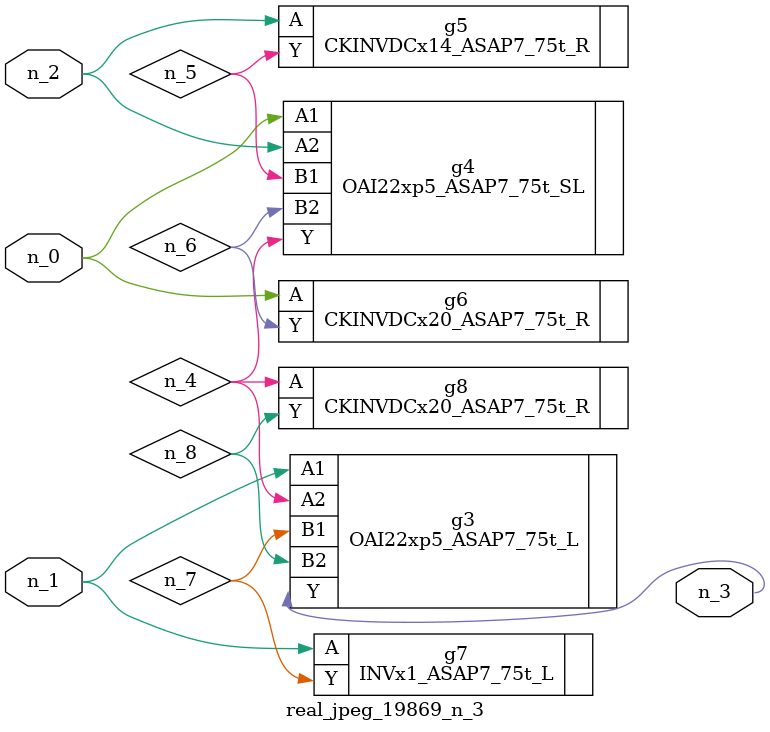
<source format=v>
module real_jpeg_19869_n_3 (n_1, n_0, n_2, n_3);

input n_1;
input n_0;
input n_2;

output n_3;

wire n_5;
wire n_4;
wire n_8;
wire n_6;
wire n_7;

OAI22xp5_ASAP7_75t_SL g4 ( 
.A1(n_0),
.A2(n_2),
.B1(n_5),
.B2(n_6),
.Y(n_4)
);

CKINVDCx20_ASAP7_75t_R g6 ( 
.A(n_0),
.Y(n_6)
);

OAI22xp5_ASAP7_75t_L g3 ( 
.A1(n_1),
.A2(n_4),
.B1(n_7),
.B2(n_8),
.Y(n_3)
);

INVx1_ASAP7_75t_L g7 ( 
.A(n_1),
.Y(n_7)
);

CKINVDCx14_ASAP7_75t_R g5 ( 
.A(n_2),
.Y(n_5)
);

CKINVDCx20_ASAP7_75t_R g8 ( 
.A(n_4),
.Y(n_8)
);


endmodule
</source>
